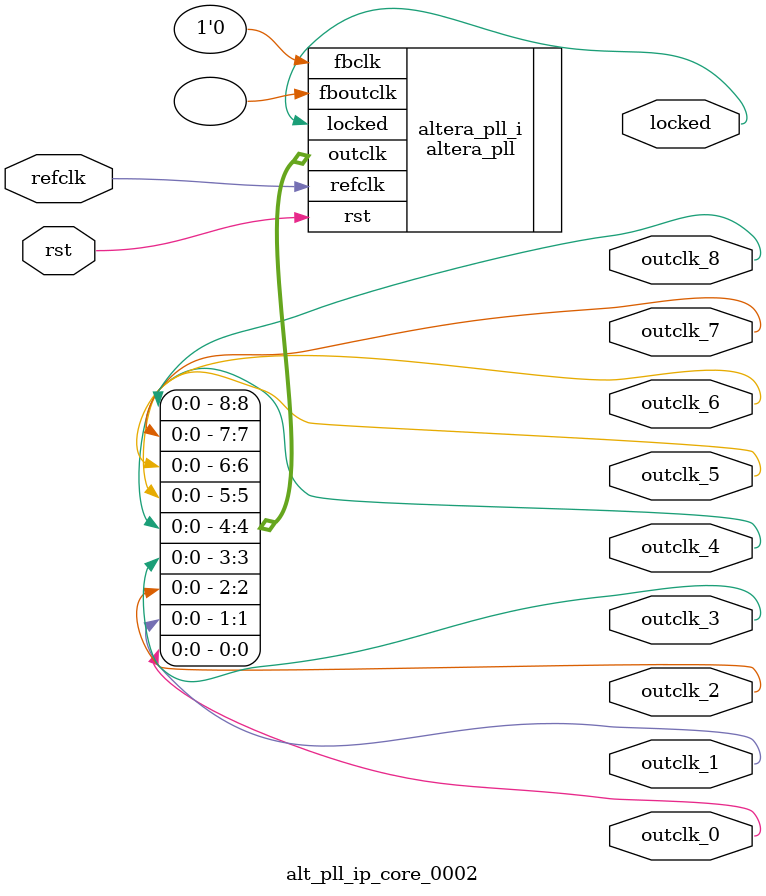
<source format=v>
`timescale 1ns/10ps
module  alt_pll_ip_core_0002(

	// interface 'refclk'
	input wire refclk,

	// interface 'reset'
	input wire rst,

	// interface 'outclk0'
	output wire outclk_0,

	// interface 'outclk1'
	output wire outclk_1,

	// interface 'outclk2'
	output wire outclk_2,

	// interface 'outclk3'
	output wire outclk_3,

	// interface 'outclk4'
	output wire outclk_4,

	// interface 'outclk5'
	output wire outclk_5,

	// interface 'outclk6'
	output wire outclk_6,

	// interface 'outclk7'
	output wire outclk_7,

	// interface 'outclk8'
	output wire outclk_8,

	// interface 'locked'
	output wire locked
);

	altera_pll #(
		.fractional_vco_multiplier("false"),
		.reference_clock_frequency("50.0 MHz"),
		.operation_mode("direct"),
		.number_of_clocks(9),
		.output_clock_frequency0("80.000000 MHz"),
		.phase_shift0("0 ps"),
		.duty_cycle0(50),
		.output_clock_frequency1("10.000000 MHz"),
		.phase_shift1("0 ps"),
		.duty_cycle1(50),
		.output_clock_frequency2("124.444444 MHz"),
		.phase_shift2("0 ps"),
		.duty_cycle2(50),
		.output_clock_frequency3("24.888888 MHz"),
		.phase_shift3("0 ps"),
		.duty_cycle3(50),
		.output_clock_frequency4("50.909090 MHz"),
		.phase_shift4("0 ps"),
		.duty_cycle4(50),
		.output_clock_frequency5("35.000000 MHz"),
		.phase_shift5("0 ps"),
		.duty_cycle5(50),
		.output_clock_frequency6("65.882352 MHz"),
		.phase_shift6("0 ps"),
		.duty_cycle6(50),
		.output_clock_frequency7("26.046511 MHz"),
		.phase_shift7("0 ps"),
		.duty_cycle7(50),
		.output_clock_frequency8("16.000000 MHz"),
		.phase_shift8("0 ps"),
		.duty_cycle8(50),
		.output_clock_frequency9("0 MHz"),
		.phase_shift9("0 ps"),
		.duty_cycle9(50),
		.output_clock_frequency10("0 MHz"),
		.phase_shift10("0 ps"),
		.duty_cycle10(50),
		.output_clock_frequency11("0 MHz"),
		.phase_shift11("0 ps"),
		.duty_cycle11(50),
		.output_clock_frequency12("0 MHz"),
		.phase_shift12("0 ps"),
		.duty_cycle12(50),
		.output_clock_frequency13("0 MHz"),
		.phase_shift13("0 ps"),
		.duty_cycle13(50),
		.output_clock_frequency14("0 MHz"),
		.phase_shift14("0 ps"),
		.duty_cycle14(50),
		.output_clock_frequency15("0 MHz"),
		.phase_shift15("0 ps"),
		.duty_cycle15(50),
		.output_clock_frequency16("0 MHz"),
		.phase_shift16("0 ps"),
		.duty_cycle16(50),
		.output_clock_frequency17("0 MHz"),
		.phase_shift17("0 ps"),
		.duty_cycle17(50),
		.pll_type("General"),
		.pll_subtype("General")
	) altera_pll_i (
		.rst	(rst),
		.outclk	({outclk_8, outclk_7, outclk_6, outclk_5, outclk_4, outclk_3, outclk_2, outclk_1, outclk_0}),
		.locked	(locked),
		.fboutclk	( ),
		.fbclk	(1'b0),
		.refclk	(refclk)
	);
endmodule


</source>
